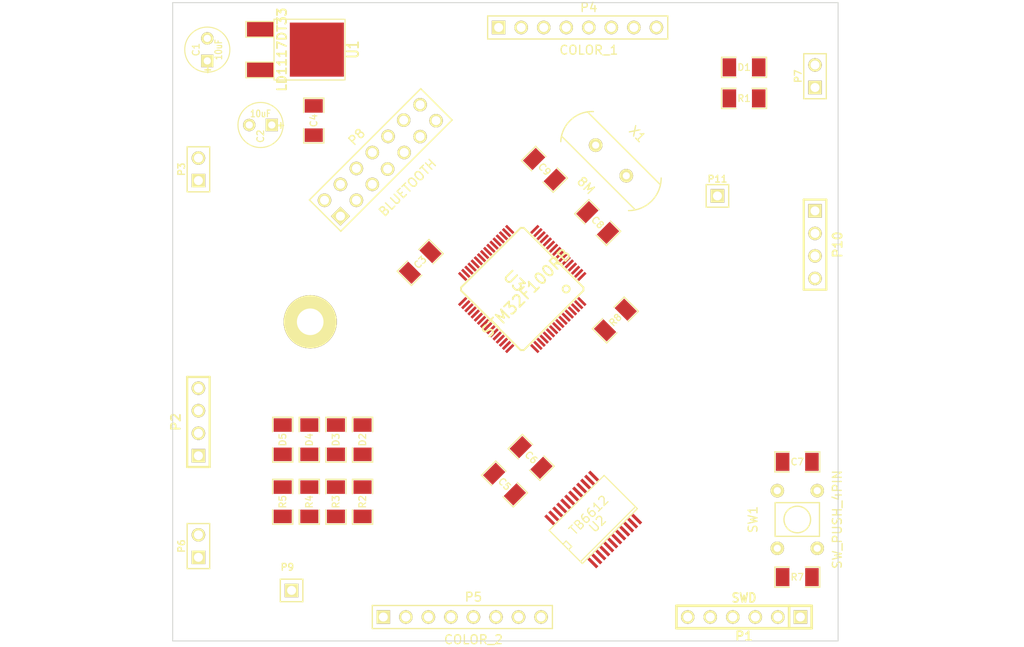
<source format=kicad_pcb>
(kicad_pcb (version 3) (host pcbnew "(2013-07-07 BZR 4022)-stable")

  (general
    (links 115)
    (no_connects 115)
    (area 178.135714 85.999956 293.578572 159.379)
    (thickness 1.6)
    (drawings 12)
    (tracks 0)
    (zones 0)
    (modules 38)
    (nets 44)
  )

  (page A3)
  (layers
    (15 Gorna signal)
    (0 Dolna signal)
    (16 Kleju_Dolna user)
    (17 Kleju_Gorna user)
    (18 Pasty_Dolna user)
    (19 Pasty_Gorna user)
    (20 Opisowa_Dolna user)
    (21 Opisowa_Gorna user)
    (22 Maski_Dolna user)
    (23 Maski_Gorna user)
    (24 Rysunkowa user)
    (25 Komentarzy user)
    (26 ECO1 user)
    (27 ECO2 user)
    (28 Krawedziowa user)
  )

  (setup
    (last_trace_width 0.254)
    (trace_clearance 0.254)
    (zone_clearance 0.508)
    (zone_45_only no)
    (trace_min 0.254)
    (segment_width 0.2)
    (edge_width 0.1)
    (via_size 0.889)
    (via_drill 0.635)
    (via_min_size 0.889)
    (via_min_drill 0.508)
    (uvia_size 0.508)
    (uvia_drill 0.127)
    (uvias_allowed no)
    (uvia_min_size 0.508)
    (uvia_min_drill 0.127)
    (pcb_text_width 0.3)
    (pcb_text_size 1.5 1.5)
    (mod_edge_width 0.15)
    (mod_text_size 1 1)
    (mod_text_width 0.15)
    (pad_size 6 6)
    (pad_drill 3)
    (pad_to_mask_clearance 0)
    (aux_axis_origin 0 0)
    (visible_elements 7FFFFBFF)
    (pcbplotparams
      (layerselection 3178497)
      (usegerberextensions true)
      (excludeedgelayer true)
      (linewidth 0.150000)
      (plotframeref false)
      (viasonmask false)
      (mode 1)
      (useauxorigin false)
      (hpglpennumber 1)
      (hpglpenspeed 20)
      (hpglpendiameter 15)
      (hpglpenoverlay 2)
      (psnegative false)
      (psa4output false)
      (plotreference true)
      (plotvalue true)
      (plotothertext true)
      (plotinvisibletext false)
      (padsonsilk false)
      (subtractmaskfromsilk false)
      (outputformat 1)
      (mirror false)
      (drillshape 1)
      (scaleselection 1)
      (outputdirectory ""))
  )

  (net 0 "")
  (net 1 +3.3V)
  (net 2 +9V)
  (net 3 AIN1)
  (net 4 AIN2)
  (net 5 AO1)
  (net 6 AO2)
  (net 7 BIN1)
  (net 8 BIN2)
  (net 9 BLUETOOTH_RX)
  (net 10 BLUETOOTH_TX)
  (net 11 BO1)
  (net 12 BO2)
  (net 13 EOa)
  (net 14 EOb)
  (net 15 GND)
  (net 16 GPS_RX)
  (net 17 GPS_TX)
  (net 18 LED1)
  (net 19 LED2)
  (net 20 LED3)
  (net 21 LED4)
  (net 22 N-0000020)
  (net 23 N-0000021)
  (net 24 N-0000022)
  (net 25 N-0000048)
  (net 26 N-0000067)
  (net 27 N-000009)
  (net 28 NRST)
  (net 29 OSC_IN)
  (net 30 OSC_OUT)
  (net 31 OUTa)
  (net 32 OUTb)
  (net 33 PWMA)
  (net 34 PWMB)
  (net 35 S0a)
  (net 36 S0b)
  (net 37 S1a)
  (net 38 S1b)
  (net 39 SEN_EN)
  (net 40 SEN_OUT)
  (net 41 SWDCLK)
  (net 42 SWDIO)
  (net 43 SWDO)

  (net_class Default "To jest domyślna klasa połączeń."
    (clearance 0.254)
    (trace_width 0.254)
    (via_dia 0.889)
    (via_drill 0.635)
    (uvia_dia 0.508)
    (uvia_drill 0.127)
    (add_net "")
    (add_net +3.3V)
    (add_net +9V)
    (add_net AIN1)
    (add_net AIN2)
    (add_net AO1)
    (add_net AO2)
    (add_net BIN1)
    (add_net BIN2)
    (add_net BLUETOOTH_RX)
    (add_net BLUETOOTH_TX)
    (add_net BO1)
    (add_net BO2)
    (add_net EOa)
    (add_net EOb)
    (add_net GND)
    (add_net GPS_RX)
    (add_net GPS_TX)
    (add_net LED1)
    (add_net LED2)
    (add_net LED3)
    (add_net LED4)
    (add_net N-0000020)
    (add_net N-0000021)
    (add_net N-0000022)
    (add_net N-0000048)
    (add_net N-0000067)
    (add_net N-000009)
    (add_net NRST)
    (add_net OSC_IN)
    (add_net OSC_OUT)
    (add_net OUTa)
    (add_net OUTb)
    (add_net PWMA)
    (add_net PWMB)
    (add_net S0a)
    (add_net S0b)
    (add_net S1a)
    (add_net S1b)
    (add_net SEN_EN)
    (add_net SEN_OUT)
    (add_net SWDCLK)
    (add_net SWDIO)
    (add_net SWDO)
  )

  (module XT-4.88mmTHT (layer Gorna) (tedit 545B74BA) (tstamp 545B787B)
    (at 247 104.5 315)
    (path /5448F932)
    (fp_text reference X1 (at 0 -4.2 315) (layer Opisowa_Gorna)
      (effects (font (size 1 1) (thickness 0.15)))
    )
    (fp_text value 8M (at 0 4 315) (layer Opisowa_Gorna)
      (effects (font (size 1 1) (thickness 0.15)))
    )
    (fp_arc (start -2.9 0.1) (end -5.5 2.5) (angle 90) (layer Opisowa_Gorna) (width 0.15))
    (fp_arc (start 2.8 0) (end 5.4 -2.6) (angle 90) (layer Opisowa_Gorna) (width 0.15))
    (fp_line (start 5.75 2) (end -5.75 2) (layer Opisowa_Gorna) (width 0.15))
    (fp_line (start -5.75 -2) (end 5.75 -2) (layer Opisowa_Gorna) (width 0.15))
    (pad 1 thru_hole circle (at -2.44 0 315) (size 1.54 1.54) (drill 0.8)
      (layers *.Cu *.Mask Opisowa_Gorna)
      (net 30 OSC_OUT)
    )
    (pad 2 thru_hole circle (at 2.44 0 315) (size 1.54 1.54) (drill 0.8)
      (layers *.Cu *.Mask Opisowa_Gorna)
      (net 29 OSC_IN)
    )
  )

  (module SSOP24 (layer Gorna) (tedit 531CA7D0) (tstamp 545B789F)
    (at 245 145 45)
    (path /5453615F)
    (attr smd)
    (fp_text reference U2 (at 0 0.6985 45) (layer Opisowa_Gorna)
      (effects (font (size 1.00076 1.00076) (thickness 0.1397)))
    )
    (fp_text value TB6612 (at 0 -0.6985 45) (layer Opisowa_Gorna)
      (effects (font (size 1.00076 1.00076) (thickness 0.12954)))
    )
    (fp_line (start -4.3815 -2.65) (end 4.3815 -2.65) (layer Opisowa_Gorna) (width 0.12954))
    (fp_line (start -4.3815 -0.4445) (end -3.8735 -0.4445) (layer Opisowa_Gorna) (width 0.12954))
    (fp_line (start -4.3815 0.4445) (end -3.8735 0.4445) (layer Opisowa_Gorna) (width 0.12954))
    (fp_line (start -3.8735 -0.4445) (end -3.8735 0.4445) (layer Opisowa_Gorna) (width 0.12954))
    (fp_line (start -4.3815 2.35) (end 4.3815 2.35) (layer Opisowa_Gorna) (width 0.12954))
    (fp_line (start 4.3815 2.65) (end -4.3815 2.65) (layer Opisowa_Gorna) (width 0.12954))
    (fp_line (start 4.3815 -2.65) (end 4.3815 2.65) (layer Opisowa_Gorna) (width 0.12954))
    (fp_line (start -4.3815 2.65) (end -4.3815 -2.65) (layer Opisowa_Gorna) (width 0.12954))
    (pad 1 smd rect (at -3.4925 3.44 45) (size 0.35052 1.39954)
      (layers Gorna Pasty_Gorna Maski_Gorna)
      (net 5 AO1)
    )
    (pad 2 smd rect (at -2.8575 3.44 45) (size 0.35052 1.39954)
      (layers Gorna Pasty_Gorna Maski_Gorna)
      (net 5 AO1)
    )
    (pad 3 smd rect (at -2.2225 3.44 45) (size 0.35052 1.39954)
      (layers Gorna Pasty_Gorna Maski_Gorna)
      (net 15 GND)
    )
    (pad 4 smd rect (at -1.5875 3.44 45) (size 0.35052 1.39954)
      (layers Gorna Pasty_Gorna Maski_Gorna)
      (net 15 GND)
    )
    (pad 5 smd rect (at -0.9525 3.44 45) (size 0.35052 1.39954)
      (layers Gorna Pasty_Gorna Maski_Gorna)
      (net 6 AO2)
    )
    (pad 6 smd rect (at -0.3175 3.44 45) (size 0.35052 1.39954)
      (layers Gorna Pasty_Gorna Maski_Gorna)
      (net 6 AO2)
    )
    (pad 7 smd rect (at 0.3175 3.44 45) (size 0.35052 1.39954)
      (layers Gorna Pasty_Gorna Maski_Gorna)
      (net 12 BO2)
    )
    (pad 8 smd rect (at 0.9525 3.44 45) (size 0.35052 1.39954)
      (layers Gorna Pasty_Gorna Maski_Gorna)
      (net 12 BO2)
    )
    (pad 9 smd rect (at 1.5875 3.44 45) (size 0.35052 1.39954)
      (layers Gorna Pasty_Gorna Maski_Gorna)
      (net 15 GND)
    )
    (pad 10 smd rect (at 2.2225 3.44 45) (size 0.35052 1.39954)
      (layers Gorna Pasty_Gorna Maski_Gorna)
      (net 15 GND)
    )
    (pad 11 smd rect (at 2.8575 3.44 45) (size 0.35052 1.39954)
      (layers Gorna Pasty_Gorna Maski_Gorna)
      (net 11 BO1)
    )
    (pad 12 smd rect (at 3.4925 3.44 45) (size 0.35052 1.39954)
      (layers Gorna Pasty_Gorna Maski_Gorna)
      (net 11 BO1)
    )
    (pad 13 smd rect (at 3.4925 -3.44 45) (size 0.35052 1.39954)
      (layers Gorna Pasty_Gorna Maski_Gorna)
      (net 2 +9V)
    )
    (pad 14 smd rect (at 2.8575 -3.44 45) (size 0.35052 1.39954)
      (layers Gorna Pasty_Gorna Maski_Gorna)
      (net 2 +9V)
    )
    (pad 15 smd rect (at 2.2225 -3.44 45) (size 0.35052 1.39954)
      (layers Gorna Pasty_Gorna Maski_Gorna)
      (net 34 PWMB)
    )
    (pad 16 smd rect (at 1.5875 -3.44 45) (size 0.35052 1.39954)
      (layers Gorna Pasty_Gorna Maski_Gorna)
      (net 8 BIN2)
    )
    (pad 17 smd rect (at 0.9525 -3.44 45) (size 0.35052 1.39954)
      (layers Gorna Pasty_Gorna Maski_Gorna)
      (net 7 BIN1)
    )
    (pad 18 smd rect (at 0.3175 -3.44 45) (size 0.35052 1.39954)
      (layers Gorna Pasty_Gorna Maski_Gorna)
      (net 15 GND)
    )
    (pad 19 smd rect (at -0.3175 -3.44 45) (size 0.35052 1.39954)
      (layers Gorna Pasty_Gorna Maski_Gorna)
      (net 1 +3.3V)
    )
    (pad 20 smd rect (at -0.9525 -3.44 45) (size 0.35052 1.39954)
      (layers Gorna Pasty_Gorna Maski_Gorna)
      (net 1 +3.3V)
    )
    (pad 21 smd rect (at -1.5875 -3.44 45) (size 0.35052 1.39954)
      (layers Gorna Pasty_Gorna Maski_Gorna)
      (net 3 AIN1)
    )
    (pad 22 smd rect (at -2.2225 -3.44 45) (size 0.35052 1.39954)
      (layers Gorna Pasty_Gorna Maski_Gorna)
      (net 4 AIN2)
    )
    (pad 23 smd rect (at -2.8575 -3.44 45) (size 0.35052 1.39954)
      (layers Gorna Pasty_Gorna Maski_Gorna)
      (net 33 PWMA)
    )
    (pad 24 smd rect (at -3.4925 -3.44 45) (size 0.35052 1.39954)
      (layers Gorna Pasty_Gorna Maski_Gorna)
      (net 2 +9V)
    )
    (model smd/smd_dil/tssop-24.wrl
      (at (xyz 0 0 0))
      (scale (xyz 1 1 1))
      (rotate (xyz 0 0 0))
    )
  )

  (module SM1206 (layer Gorna) (tedit 42806E24) (tstamp 545B78AB)
    (at 239.5 105.5 315)
    (path /5448F8B1)
    (attr smd)
    (fp_text reference C9 (at 0 0 315) (layer Opisowa_Gorna)
      (effects (font (size 0.762 0.762) (thickness 0.127)))
    )
    (fp_text value 20pF (at 0 0 315) (layer Opisowa_Gorna) hide
      (effects (font (size 0.762 0.762) (thickness 0.127)))
    )
    (fp_line (start -2.54 -1.143) (end -2.54 1.143) (layer Opisowa_Gorna) (width 0.127))
    (fp_line (start -2.54 1.143) (end -0.889 1.143) (layer Opisowa_Gorna) (width 0.127))
    (fp_line (start 0.889 -1.143) (end 2.54 -1.143) (layer Opisowa_Gorna) (width 0.127))
    (fp_line (start 2.54 -1.143) (end 2.54 1.143) (layer Opisowa_Gorna) (width 0.127))
    (fp_line (start 2.54 1.143) (end 0.889 1.143) (layer Opisowa_Gorna) (width 0.127))
    (fp_line (start -0.889 -1.143) (end -2.54 -1.143) (layer Opisowa_Gorna) (width 0.127))
    (pad 1 smd rect (at -1.651 0 315) (size 1.524 2.032)
      (layers Gorna Pasty_Gorna Maski_Gorna)
      (net 15 GND)
    )
    (pad 2 smd rect (at 1.651 0 315) (size 1.524 2.032)
      (layers Gorna Pasty_Gorna Maski_Gorna)
      (net 30 OSC_OUT)
    )
    (model smd/chip_cms.wrl
      (at (xyz 0 0 0))
      (scale (xyz 0.17 0.16 0.16))
      (rotate (xyz 0 0 0))
    )
  )

  (module SM1206 (layer Gorna) (tedit 42806E24) (tstamp 545B78B7)
    (at 210 143 90)
    (path /54543128)
    (attr smd)
    (fp_text reference R5 (at 0 0 90) (layer Opisowa_Gorna)
      (effects (font (size 0.762 0.762) (thickness 0.127)))
    )
    (fp_text value 660R (at 0 0 90) (layer Opisowa_Gorna) hide
      (effects (font (size 0.762 0.762) (thickness 0.127)))
    )
    (fp_line (start -2.54 -1.143) (end -2.54 1.143) (layer Opisowa_Gorna) (width 0.127))
    (fp_line (start -2.54 1.143) (end -0.889 1.143) (layer Opisowa_Gorna) (width 0.127))
    (fp_line (start 0.889 -1.143) (end 2.54 -1.143) (layer Opisowa_Gorna) (width 0.127))
    (fp_line (start 2.54 -1.143) (end 2.54 1.143) (layer Opisowa_Gorna) (width 0.127))
    (fp_line (start 2.54 1.143) (end 0.889 1.143) (layer Opisowa_Gorna) (width 0.127))
    (fp_line (start -0.889 -1.143) (end -2.54 -1.143) (layer Opisowa_Gorna) (width 0.127))
    (pad 1 smd rect (at -1.651 0 90) (size 1.524 2.032)
      (layers Gorna Pasty_Gorna Maski_Gorna)
      (net 21 LED4)
    )
    (pad 2 smd rect (at 1.651 0 90) (size 1.524 2.032)
      (layers Gorna Pasty_Gorna Maski_Gorna)
      (net 24 N-0000022)
    )
    (model smd/chip_cms.wrl
      (at (xyz 0 0 0))
      (scale (xyz 0.17 0.16 0.16))
      (rotate (xyz 0 0 0))
    )
  )

  (module SM1206 (layer Gorna) (tedit 42806E24) (tstamp 545B78C3)
    (at 210 136 90)
    (path /54543122)
    (attr smd)
    (fp_text reference D5 (at 0 0 90) (layer Opisowa_Gorna)
      (effects (font (size 0.762 0.762) (thickness 0.127)))
    )
    (fp_text value BLUE (at 0 0 90) (layer Opisowa_Gorna) hide
      (effects (font (size 0.762 0.762) (thickness 0.127)))
    )
    (fp_line (start -2.54 -1.143) (end -2.54 1.143) (layer Opisowa_Gorna) (width 0.127))
    (fp_line (start -2.54 1.143) (end -0.889 1.143) (layer Opisowa_Gorna) (width 0.127))
    (fp_line (start 0.889 -1.143) (end 2.54 -1.143) (layer Opisowa_Gorna) (width 0.127))
    (fp_line (start 2.54 -1.143) (end 2.54 1.143) (layer Opisowa_Gorna) (width 0.127))
    (fp_line (start 2.54 1.143) (end 0.889 1.143) (layer Opisowa_Gorna) (width 0.127))
    (fp_line (start -0.889 -1.143) (end -2.54 -1.143) (layer Opisowa_Gorna) (width 0.127))
    (pad 1 smd rect (at -1.651 0 90) (size 1.524 2.032)
      (layers Gorna Pasty_Gorna Maski_Gorna)
      (net 24 N-0000022)
    )
    (pad 2 smd rect (at 1.651 0 90) (size 1.524 2.032)
      (layers Gorna Pasty_Gorna Maski_Gorna)
      (net 15 GND)
    )
    (model smd/chip_cms.wrl
      (at (xyz 0 0 0))
      (scale (xyz 0.17 0.16 0.16))
      (rotate (xyz 0 0 0))
    )
  )

  (module SM1206 (layer Gorna) (tedit 42806E24) (tstamp 545B78CF)
    (at 213 143 90)
    (path /5454311B)
    (attr smd)
    (fp_text reference R4 (at 0 0 90) (layer Opisowa_Gorna)
      (effects (font (size 0.762 0.762) (thickness 0.127)))
    )
    (fp_text value 660R (at 0 0 90) (layer Opisowa_Gorna) hide
      (effects (font (size 0.762 0.762) (thickness 0.127)))
    )
    (fp_line (start -2.54 -1.143) (end -2.54 1.143) (layer Opisowa_Gorna) (width 0.127))
    (fp_line (start -2.54 1.143) (end -0.889 1.143) (layer Opisowa_Gorna) (width 0.127))
    (fp_line (start 0.889 -1.143) (end 2.54 -1.143) (layer Opisowa_Gorna) (width 0.127))
    (fp_line (start 2.54 -1.143) (end 2.54 1.143) (layer Opisowa_Gorna) (width 0.127))
    (fp_line (start 2.54 1.143) (end 0.889 1.143) (layer Opisowa_Gorna) (width 0.127))
    (fp_line (start -0.889 -1.143) (end -2.54 -1.143) (layer Opisowa_Gorna) (width 0.127))
    (pad 1 smd rect (at -1.651 0 90) (size 1.524 2.032)
      (layers Gorna Pasty_Gorna Maski_Gorna)
      (net 20 LED3)
    )
    (pad 2 smd rect (at 1.651 0 90) (size 1.524 2.032)
      (layers Gorna Pasty_Gorna Maski_Gorna)
      (net 23 N-0000021)
    )
    (model smd/chip_cms.wrl
      (at (xyz 0 0 0))
      (scale (xyz 0.17 0.16 0.16))
      (rotate (xyz 0 0 0))
    )
  )

  (module SM1206 (layer Gorna) (tedit 42806E24) (tstamp 545B78DB)
    (at 213 136 90)
    (path /54543115)
    (attr smd)
    (fp_text reference D4 (at 0 0 90) (layer Opisowa_Gorna)
      (effects (font (size 0.762 0.762) (thickness 0.127)))
    )
    (fp_text value BLUE (at 0 0 90) (layer Opisowa_Gorna) hide
      (effects (font (size 0.762 0.762) (thickness 0.127)))
    )
    (fp_line (start -2.54 -1.143) (end -2.54 1.143) (layer Opisowa_Gorna) (width 0.127))
    (fp_line (start -2.54 1.143) (end -0.889 1.143) (layer Opisowa_Gorna) (width 0.127))
    (fp_line (start 0.889 -1.143) (end 2.54 -1.143) (layer Opisowa_Gorna) (width 0.127))
    (fp_line (start 2.54 -1.143) (end 2.54 1.143) (layer Opisowa_Gorna) (width 0.127))
    (fp_line (start 2.54 1.143) (end 0.889 1.143) (layer Opisowa_Gorna) (width 0.127))
    (fp_line (start -0.889 -1.143) (end -2.54 -1.143) (layer Opisowa_Gorna) (width 0.127))
    (pad 1 smd rect (at -1.651 0 90) (size 1.524 2.032)
      (layers Gorna Pasty_Gorna Maski_Gorna)
      (net 23 N-0000021)
    )
    (pad 2 smd rect (at 1.651 0 90) (size 1.524 2.032)
      (layers Gorna Pasty_Gorna Maski_Gorna)
      (net 15 GND)
    )
    (model smd/chip_cms.wrl
      (at (xyz 0 0 0))
      (scale (xyz 0.17 0.16 0.16))
      (rotate (xyz 0 0 0))
    )
  )

  (module SM1206 (layer Gorna) (tedit 42806E24) (tstamp 545B78E7)
    (at 216 143 90)
    (path /5454310E)
    (attr smd)
    (fp_text reference R3 (at 0 0 90) (layer Opisowa_Gorna)
      (effects (font (size 0.762 0.762) (thickness 0.127)))
    )
    (fp_text value 330R (at 0 0 90) (layer Opisowa_Gorna) hide
      (effects (font (size 0.762 0.762) (thickness 0.127)))
    )
    (fp_line (start -2.54 -1.143) (end -2.54 1.143) (layer Opisowa_Gorna) (width 0.127))
    (fp_line (start -2.54 1.143) (end -0.889 1.143) (layer Opisowa_Gorna) (width 0.127))
    (fp_line (start 0.889 -1.143) (end 2.54 -1.143) (layer Opisowa_Gorna) (width 0.127))
    (fp_line (start 2.54 -1.143) (end 2.54 1.143) (layer Opisowa_Gorna) (width 0.127))
    (fp_line (start 2.54 1.143) (end 0.889 1.143) (layer Opisowa_Gorna) (width 0.127))
    (fp_line (start -0.889 -1.143) (end -2.54 -1.143) (layer Opisowa_Gorna) (width 0.127))
    (pad 1 smd rect (at -1.651 0 90) (size 1.524 2.032)
      (layers Gorna Pasty_Gorna Maski_Gorna)
      (net 19 LED2)
    )
    (pad 2 smd rect (at 1.651 0 90) (size 1.524 2.032)
      (layers Gorna Pasty_Gorna Maski_Gorna)
      (net 22 N-0000020)
    )
    (model smd/chip_cms.wrl
      (at (xyz 0 0 0))
      (scale (xyz 0.17 0.16 0.16))
      (rotate (xyz 0 0 0))
    )
  )

  (module SM1206 (layer Gorna) (tedit 42806E24) (tstamp 545B78F3)
    (at 216 136 90)
    (path /54543108)
    (attr smd)
    (fp_text reference D3 (at 0 0 90) (layer Opisowa_Gorna)
      (effects (font (size 0.762 0.762) (thickness 0.127)))
    )
    (fp_text value GREEN (at 0 0 90) (layer Opisowa_Gorna) hide
      (effects (font (size 0.762 0.762) (thickness 0.127)))
    )
    (fp_line (start -2.54 -1.143) (end -2.54 1.143) (layer Opisowa_Gorna) (width 0.127))
    (fp_line (start -2.54 1.143) (end -0.889 1.143) (layer Opisowa_Gorna) (width 0.127))
    (fp_line (start 0.889 -1.143) (end 2.54 -1.143) (layer Opisowa_Gorna) (width 0.127))
    (fp_line (start 2.54 -1.143) (end 2.54 1.143) (layer Opisowa_Gorna) (width 0.127))
    (fp_line (start 2.54 1.143) (end 0.889 1.143) (layer Opisowa_Gorna) (width 0.127))
    (fp_line (start -0.889 -1.143) (end -2.54 -1.143) (layer Opisowa_Gorna) (width 0.127))
    (pad 1 smd rect (at -1.651 0 90) (size 1.524 2.032)
      (layers Gorna Pasty_Gorna Maski_Gorna)
      (net 22 N-0000020)
    )
    (pad 2 smd rect (at 1.651 0 90) (size 1.524 2.032)
      (layers Gorna Pasty_Gorna Maski_Gorna)
      (net 15 GND)
    )
    (model smd/chip_cms.wrl
      (at (xyz 0 0 0))
      (scale (xyz 0.17 0.16 0.16))
      (rotate (xyz 0 0 0))
    )
  )

  (module SM1206 (layer Gorna) (tedit 42806E24) (tstamp 545B78FF)
    (at 219 143 90)
    (path /54542F41)
    (attr smd)
    (fp_text reference R2 (at 0 0 90) (layer Opisowa_Gorna)
      (effects (font (size 0.762 0.762) (thickness 0.127)))
    )
    (fp_text value 330R (at 0 0 90) (layer Opisowa_Gorna) hide
      (effects (font (size 0.762 0.762) (thickness 0.127)))
    )
    (fp_line (start -2.54 -1.143) (end -2.54 1.143) (layer Opisowa_Gorna) (width 0.127))
    (fp_line (start -2.54 1.143) (end -0.889 1.143) (layer Opisowa_Gorna) (width 0.127))
    (fp_line (start 0.889 -1.143) (end 2.54 -1.143) (layer Opisowa_Gorna) (width 0.127))
    (fp_line (start 2.54 -1.143) (end 2.54 1.143) (layer Opisowa_Gorna) (width 0.127))
    (fp_line (start 2.54 1.143) (end 0.889 1.143) (layer Opisowa_Gorna) (width 0.127))
    (fp_line (start -0.889 -1.143) (end -2.54 -1.143) (layer Opisowa_Gorna) (width 0.127))
    (pad 1 smd rect (at -1.651 0 90) (size 1.524 2.032)
      (layers Gorna Pasty_Gorna Maski_Gorna)
      (net 18 LED1)
    )
    (pad 2 smd rect (at 1.651 0 90) (size 1.524 2.032)
      (layers Gorna Pasty_Gorna Maski_Gorna)
      (net 27 N-000009)
    )
    (model smd/chip_cms.wrl
      (at (xyz 0 0 0))
      (scale (xyz 0.17 0.16 0.16))
      (rotate (xyz 0 0 0))
    )
  )

  (module SM1206 (layer Gorna) (tedit 42806E24) (tstamp 545B790B)
    (at 219 136 90)
    (path /54542F3B)
    (attr smd)
    (fp_text reference D2 (at 0 0 90) (layer Opisowa_Gorna)
      (effects (font (size 0.762 0.762) (thickness 0.127)))
    )
    (fp_text value GREEN (at 0 0 90) (layer Opisowa_Gorna) hide
      (effects (font (size 0.762 0.762) (thickness 0.127)))
    )
    (fp_line (start -2.54 -1.143) (end -2.54 1.143) (layer Opisowa_Gorna) (width 0.127))
    (fp_line (start -2.54 1.143) (end -0.889 1.143) (layer Opisowa_Gorna) (width 0.127))
    (fp_line (start 0.889 -1.143) (end 2.54 -1.143) (layer Opisowa_Gorna) (width 0.127))
    (fp_line (start 2.54 -1.143) (end 2.54 1.143) (layer Opisowa_Gorna) (width 0.127))
    (fp_line (start 2.54 1.143) (end 0.889 1.143) (layer Opisowa_Gorna) (width 0.127))
    (fp_line (start -0.889 -1.143) (end -2.54 -1.143) (layer Opisowa_Gorna) (width 0.127))
    (pad 1 smd rect (at -1.651 0 90) (size 1.524 2.032)
      (layers Gorna Pasty_Gorna Maski_Gorna)
      (net 27 N-000009)
    )
    (pad 2 smd rect (at 1.651 0 90) (size 1.524 2.032)
      (layers Gorna Pasty_Gorna Maski_Gorna)
      (net 15 GND)
    )
    (model smd/chip_cms.wrl
      (at (xyz 0 0 0))
      (scale (xyz 0.17 0.16 0.16))
      (rotate (xyz 0 0 0))
    )
  )

  (module SM1206 (layer Gorna) (tedit 42806E24) (tstamp 545B7917)
    (at 238 138 135)
    (path /545376BD)
    (attr smd)
    (fp_text reference C6 (at 0 0 135) (layer Opisowa_Gorna)
      (effects (font (size 0.762 0.762) (thickness 0.127)))
    )
    (fp_text value 100nF (at 0 0 135) (layer Opisowa_Gorna) hide
      (effects (font (size 0.762 0.762) (thickness 0.127)))
    )
    (fp_line (start -2.54 -1.143) (end -2.54 1.143) (layer Opisowa_Gorna) (width 0.127))
    (fp_line (start -2.54 1.143) (end -0.889 1.143) (layer Opisowa_Gorna) (width 0.127))
    (fp_line (start 0.889 -1.143) (end 2.54 -1.143) (layer Opisowa_Gorna) (width 0.127))
    (fp_line (start 2.54 -1.143) (end 2.54 1.143) (layer Opisowa_Gorna) (width 0.127))
    (fp_line (start 2.54 1.143) (end 0.889 1.143) (layer Opisowa_Gorna) (width 0.127))
    (fp_line (start -0.889 -1.143) (end -2.54 -1.143) (layer Opisowa_Gorna) (width 0.127))
    (pad 1 smd rect (at -1.651 0 135) (size 1.524 2.032)
      (layers Gorna Pasty_Gorna Maski_Gorna)
      (net 1 +3.3V)
    )
    (pad 2 smd rect (at 1.651 0 135) (size 1.524 2.032)
      (layers Gorna Pasty_Gorna Maski_Gorna)
      (net 15 GND)
    )
    (model smd/chip_cms.wrl
      (at (xyz 0 0 0))
      (scale (xyz 0.17 0.16 0.16))
      (rotate (xyz 0 0 0))
    )
  )

  (module SM1206 (layer Gorna) (tedit 42806E24) (tstamp 545B7923)
    (at 235 141 135)
    (path /545374CF)
    (attr smd)
    (fp_text reference C5 (at 0 0 135) (layer Opisowa_Gorna)
      (effects (font (size 0.762 0.762) (thickness 0.127)))
    )
    (fp_text value 100nF (at 0 0 135) (layer Opisowa_Gorna) hide
      (effects (font (size 0.762 0.762) (thickness 0.127)))
    )
    (fp_line (start -2.54 -1.143) (end -2.54 1.143) (layer Opisowa_Gorna) (width 0.127))
    (fp_line (start -2.54 1.143) (end -0.889 1.143) (layer Opisowa_Gorna) (width 0.127))
    (fp_line (start 0.889 -1.143) (end 2.54 -1.143) (layer Opisowa_Gorna) (width 0.127))
    (fp_line (start 2.54 -1.143) (end 2.54 1.143) (layer Opisowa_Gorna) (width 0.127))
    (fp_line (start 2.54 1.143) (end 0.889 1.143) (layer Opisowa_Gorna) (width 0.127))
    (fp_line (start -0.889 -1.143) (end -2.54 -1.143) (layer Opisowa_Gorna) (width 0.127))
    (pad 1 smd rect (at -1.651 0 135) (size 1.524 2.032)
      (layers Gorna Pasty_Gorna Maski_Gorna)
      (net 2 +9V)
    )
    (pad 2 smd rect (at 1.651 0 135) (size 1.524 2.032)
      (layers Gorna Pasty_Gorna Maski_Gorna)
      (net 15 GND)
    )
    (model smd/chip_cms.wrl
      (at (xyz 0 0 0))
      (scale (xyz 0.17 0.16 0.16))
      (rotate (xyz 0 0 0))
    )
  )

  (module SM1206 (layer Gorna) (tedit 42806E24) (tstamp 545B792F)
    (at 247.5 122.5 225)
    (path /544A3C0C)
    (attr smd)
    (fp_text reference R8 (at 0 0 225) (layer Opisowa_Gorna)
      (effects (font (size 0.762 0.762) (thickness 0.127)))
    )
    (fp_text value 510R (at 0 0 225) (layer Opisowa_Gorna) hide
      (effects (font (size 0.762 0.762) (thickness 0.127)))
    )
    (fp_line (start -2.54 -1.143) (end -2.54 1.143) (layer Opisowa_Gorna) (width 0.127))
    (fp_line (start -2.54 1.143) (end -0.889 1.143) (layer Opisowa_Gorna) (width 0.127))
    (fp_line (start 0.889 -1.143) (end 2.54 -1.143) (layer Opisowa_Gorna) (width 0.127))
    (fp_line (start 2.54 -1.143) (end 2.54 1.143) (layer Opisowa_Gorna) (width 0.127))
    (fp_line (start 2.54 1.143) (end 0.889 1.143) (layer Opisowa_Gorna) (width 0.127))
    (fp_line (start -0.889 -1.143) (end -2.54 -1.143) (layer Opisowa_Gorna) (width 0.127))
    (pad 1 smd rect (at -1.651 0 225) (size 1.524 2.032)
      (layers Gorna Pasty_Gorna Maski_Gorna)
      (net 15 GND)
    )
    (pad 2 smd rect (at 1.651 0 225) (size 1.524 2.032)
      (layers Gorna Pasty_Gorna Maski_Gorna)
      (net 25 N-0000048)
    )
    (model smd/chip_cms.wrl
      (at (xyz 0 0 0))
      (scale (xyz 0.17 0.16 0.16))
      (rotate (xyz 0 0 0))
    )
  )

  (module SM1206 (layer Gorna) (tedit 42806E24) (tstamp 545B793B)
    (at 245.5 111.5 315)
    (path /5448F8BE)
    (attr smd)
    (fp_text reference C8 (at 0 0 315) (layer Opisowa_Gorna)
      (effects (font (size 0.762 0.762) (thickness 0.127)))
    )
    (fp_text value 20pF (at 0 0 315) (layer Opisowa_Gorna) hide
      (effects (font (size 0.762 0.762) (thickness 0.127)))
    )
    (fp_line (start -2.54 -1.143) (end -2.54 1.143) (layer Opisowa_Gorna) (width 0.127))
    (fp_line (start -2.54 1.143) (end -0.889 1.143) (layer Opisowa_Gorna) (width 0.127))
    (fp_line (start 0.889 -1.143) (end 2.54 -1.143) (layer Opisowa_Gorna) (width 0.127))
    (fp_line (start 2.54 -1.143) (end 2.54 1.143) (layer Opisowa_Gorna) (width 0.127))
    (fp_line (start 2.54 1.143) (end 0.889 1.143) (layer Opisowa_Gorna) (width 0.127))
    (fp_line (start -0.889 -1.143) (end -2.54 -1.143) (layer Opisowa_Gorna) (width 0.127))
    (pad 1 smd rect (at -1.651 0 315) (size 1.524 2.032)
      (layers Gorna Pasty_Gorna Maski_Gorna)
      (net 15 GND)
    )
    (pad 2 smd rect (at 1.651 0 315) (size 1.524 2.032)
      (layers Gorna Pasty_Gorna Maski_Gorna)
      (net 29 OSC_IN)
    )
    (model smd/chip_cms.wrl
      (at (xyz 0 0 0))
      (scale (xyz 0.17 0.16 0.16))
      (rotate (xyz 0 0 0))
    )
  )

  (module SM1206 (layer Gorna) (tedit 42806E24) (tstamp 545B7947)
    (at 268 138.5)
    (path /544A2E75)
    (attr smd)
    (fp_text reference C7 (at 0 0) (layer Opisowa_Gorna)
      (effects (font (size 0.762 0.762) (thickness 0.127)))
    )
    (fp_text value 100nF (at 0 0) (layer Opisowa_Gorna) hide
      (effects (font (size 0.762 0.762) (thickness 0.127)))
    )
    (fp_line (start -2.54 -1.143) (end -2.54 1.143) (layer Opisowa_Gorna) (width 0.127))
    (fp_line (start -2.54 1.143) (end -0.889 1.143) (layer Opisowa_Gorna) (width 0.127))
    (fp_line (start 0.889 -1.143) (end 2.54 -1.143) (layer Opisowa_Gorna) (width 0.127))
    (fp_line (start 2.54 -1.143) (end 2.54 1.143) (layer Opisowa_Gorna) (width 0.127))
    (fp_line (start 2.54 1.143) (end 0.889 1.143) (layer Opisowa_Gorna) (width 0.127))
    (fp_line (start -0.889 -1.143) (end -2.54 -1.143) (layer Opisowa_Gorna) (width 0.127))
    (pad 1 smd rect (at -1.651 0) (size 1.524 2.032)
      (layers Gorna Pasty_Gorna Maski_Gorna)
      (net 28 NRST)
    )
    (pad 2 smd rect (at 1.651 0) (size 1.524 2.032)
      (layers Gorna Pasty_Gorna Maski_Gorna)
      (net 15 GND)
    )
    (model smd/chip_cms.wrl
      (at (xyz 0 0 0))
      (scale (xyz 0.17 0.16 0.16))
      (rotate (xyz 0 0 0))
    )
  )

  (module SM1206 (layer Gorna) (tedit 42806E24) (tstamp 545B7953)
    (at 225.5 116 45)
    (path /544A2B2A)
    (attr smd)
    (fp_text reference C3 (at 0 0 45) (layer Opisowa_Gorna)
      (effects (font (size 0.762 0.762) (thickness 0.127)))
    )
    (fp_text value 100nF (at 0 0 45) (layer Opisowa_Gorna) hide
      (effects (font (size 0.762 0.762) (thickness 0.127)))
    )
    (fp_line (start -2.54 -1.143) (end -2.54 1.143) (layer Opisowa_Gorna) (width 0.127))
    (fp_line (start -2.54 1.143) (end -0.889 1.143) (layer Opisowa_Gorna) (width 0.127))
    (fp_line (start 0.889 -1.143) (end 2.54 -1.143) (layer Opisowa_Gorna) (width 0.127))
    (fp_line (start 2.54 -1.143) (end 2.54 1.143) (layer Opisowa_Gorna) (width 0.127))
    (fp_line (start 2.54 1.143) (end 0.889 1.143) (layer Opisowa_Gorna) (width 0.127))
    (fp_line (start -0.889 -1.143) (end -2.54 -1.143) (layer Opisowa_Gorna) (width 0.127))
    (pad 1 smd rect (at -1.651 0 45) (size 1.524 2.032)
      (layers Gorna Pasty_Gorna Maski_Gorna)
      (net 1 +3.3V)
    )
    (pad 2 smd rect (at 1.651 0 45) (size 1.524 2.032)
      (layers Gorna Pasty_Gorna Maski_Gorna)
      (net 15 GND)
    )
    (model smd/chip_cms.wrl
      (at (xyz 0 0 0))
      (scale (xyz 0.17 0.16 0.16))
      (rotate (xyz 0 0 0))
    )
  )

  (module SM1206 (layer Gorna) (tedit 42806E24) (tstamp 545B795F)
    (at 213.5 100 270)
    (path /54491ABA)
    (attr smd)
    (fp_text reference C4 (at 0 0 270) (layer Opisowa_Gorna)
      (effects (font (size 0.762 0.762) (thickness 0.127)))
    )
    (fp_text value 100nF (at 0 0 270) (layer Opisowa_Gorna) hide
      (effects (font (size 0.762 0.762) (thickness 0.127)))
    )
    (fp_line (start -2.54 -1.143) (end -2.54 1.143) (layer Opisowa_Gorna) (width 0.127))
    (fp_line (start -2.54 1.143) (end -0.889 1.143) (layer Opisowa_Gorna) (width 0.127))
    (fp_line (start 0.889 -1.143) (end 2.54 -1.143) (layer Opisowa_Gorna) (width 0.127))
    (fp_line (start 2.54 -1.143) (end 2.54 1.143) (layer Opisowa_Gorna) (width 0.127))
    (fp_line (start 2.54 1.143) (end 0.889 1.143) (layer Opisowa_Gorna) (width 0.127))
    (fp_line (start -0.889 -1.143) (end -2.54 -1.143) (layer Opisowa_Gorna) (width 0.127))
    (pad 1 smd rect (at -1.651 0 270) (size 1.524 2.032)
      (layers Gorna Pasty_Gorna Maski_Gorna)
      (net 1 +3.3V)
    )
    (pad 2 smd rect (at 1.651 0 270) (size 1.524 2.032)
      (layers Gorna Pasty_Gorna Maski_Gorna)
      (net 15 GND)
    )
    (model smd/chip_cms.wrl
      (at (xyz 0 0 0))
      (scale (xyz 0.17 0.16 0.16))
      (rotate (xyz 0 0 0))
    )
  )

  (module SM1206 (layer Gorna) (tedit 42806E24) (tstamp 545B796B)
    (at 268 151.5)
    (path /544A37CB)
    (attr smd)
    (fp_text reference R7 (at 0 0) (layer Opisowa_Gorna)
      (effects (font (size 0.762 0.762) (thickness 0.127)))
    )
    (fp_text value 100K (at 0 0) (layer Opisowa_Gorna) hide
      (effects (font (size 0.762 0.762) (thickness 0.127)))
    )
    (fp_line (start -2.54 -1.143) (end -2.54 1.143) (layer Opisowa_Gorna) (width 0.127))
    (fp_line (start -2.54 1.143) (end -0.889 1.143) (layer Opisowa_Gorna) (width 0.127))
    (fp_line (start 0.889 -1.143) (end 2.54 -1.143) (layer Opisowa_Gorna) (width 0.127))
    (fp_line (start 2.54 -1.143) (end 2.54 1.143) (layer Opisowa_Gorna) (width 0.127))
    (fp_line (start 2.54 1.143) (end 0.889 1.143) (layer Opisowa_Gorna) (width 0.127))
    (fp_line (start -0.889 -1.143) (end -2.54 -1.143) (layer Opisowa_Gorna) (width 0.127))
    (pad 1 smd rect (at -1.651 0) (size 1.524 2.032)
      (layers Gorna Pasty_Gorna Maski_Gorna)
      (net 28 NRST)
    )
    (pad 2 smd rect (at 1.651 0) (size 1.524 2.032)
      (layers Gorna Pasty_Gorna Maski_Gorna)
      (net 1 +3.3V)
    )
    (model smd/chip_cms.wrl
      (at (xyz 0 0 0))
      (scale (xyz 0.17 0.16 0.16))
      (rotate (xyz 0 0 0))
    )
  )

  (module SM1206 (layer Gorna) (tedit 42806E24) (tstamp 545B7977)
    (at 262 94 180)
    (path /54491DAC)
    (attr smd)
    (fp_text reference D1 (at 0 0 180) (layer Opisowa_Gorna)
      (effects (font (size 0.762 0.762) (thickness 0.127)))
    )
    (fp_text value RED (at 0 0 180) (layer Opisowa_Gorna) hide
      (effects (font (size 0.762 0.762) (thickness 0.127)))
    )
    (fp_line (start -2.54 -1.143) (end -2.54 1.143) (layer Opisowa_Gorna) (width 0.127))
    (fp_line (start -2.54 1.143) (end -0.889 1.143) (layer Opisowa_Gorna) (width 0.127))
    (fp_line (start 0.889 -1.143) (end 2.54 -1.143) (layer Opisowa_Gorna) (width 0.127))
    (fp_line (start 2.54 -1.143) (end 2.54 1.143) (layer Opisowa_Gorna) (width 0.127))
    (fp_line (start 2.54 1.143) (end 0.889 1.143) (layer Opisowa_Gorna) (width 0.127))
    (fp_line (start -0.889 -1.143) (end -2.54 -1.143) (layer Opisowa_Gorna) (width 0.127))
    (pad 1 smd rect (at -1.651 0 180) (size 1.524 2.032)
      (layers Gorna Pasty_Gorna Maski_Gorna)
      (net 26 N-0000067)
    )
    (pad 2 smd rect (at 1.651 0 180) (size 1.524 2.032)
      (layers Gorna Pasty_Gorna Maski_Gorna)
      (net 15 GND)
    )
    (model smd/chip_cms.wrl
      (at (xyz 0 0 0))
      (scale (xyz 0.17 0.16 0.16))
      (rotate (xyz 0 0 0))
    )
  )

  (module SM1206 (layer Gorna) (tedit 42806E24) (tstamp 545EA652)
    (at 262 97.5)
    (path /54491D9D)
    (attr smd)
    (fp_text reference R1 (at 0 0) (layer Opisowa_Gorna)
      (effects (font (size 0.762 0.762) (thickness 0.127)))
    )
    (fp_text value 660R (at 0 0) (layer Opisowa_Gorna) hide
      (effects (font (size 0.762 0.762) (thickness 0.127)))
    )
    (fp_line (start -2.54 -1.143) (end -2.54 1.143) (layer Opisowa_Gorna) (width 0.127))
    (fp_line (start -2.54 1.143) (end -0.889 1.143) (layer Opisowa_Gorna) (width 0.127))
    (fp_line (start 0.889 -1.143) (end 2.54 -1.143) (layer Opisowa_Gorna) (width 0.127))
    (fp_line (start 2.54 -1.143) (end 2.54 1.143) (layer Opisowa_Gorna) (width 0.127))
    (fp_line (start 2.54 1.143) (end 0.889 1.143) (layer Opisowa_Gorna) (width 0.127))
    (fp_line (start -0.889 -1.143) (end -2.54 -1.143) (layer Opisowa_Gorna) (width 0.127))
    (pad 1 smd rect (at -1.651 0) (size 1.524 2.032)
      (layers Gorna Pasty_Gorna Maski_Gorna)
      (net 1 +3.3V)
    )
    (pad 2 smd rect (at 1.651 0) (size 1.524 2.032)
      (layers Gorna Pasty_Gorna Maski_Gorna)
      (net 26 N-0000067)
    )
    (model smd/chip_cms.wrl
      (at (xyz 0 0 0))
      (scale (xyz 0.17 0.16 0.16))
      (rotate (xyz 0 0 0))
    )
  )

  (module PIN_ARRAY_8_1 (layer Gorna) (tedit 5458A5B1) (tstamp 545B7993)
    (at 244.5 89.5)
    (path /54537A2A)
    (fp_text reference P4 (at 0 -2.25) (layer Opisowa_Gorna)
      (effects (font (size 1 1) (thickness 0.15)))
    )
    (fp_text value COLOR_1 (at 0 2.55) (layer Opisowa_Gorna)
      (effects (font (size 1 1) (thickness 0.15)))
    )
    (fp_line (start -11.4 1.3) (end 8.9 1.3) (layer Opisowa_Gorna) (width 0.15))
    (fp_line (start 8.9 1.3) (end 8.9 -1.3) (layer Opisowa_Gorna) (width 0.15))
    (fp_line (start 8.9 -1.3) (end -11.4 -1.3) (layer Opisowa_Gorna) (width 0.15))
    (fp_line (start -11.4 1.3) (end -11.4 -1.3) (layer Opisowa_Gorna) (width 0.15))
    (pad 1 thru_hole trapezoid (at -10.16 0) (size 1.524 1.524) (drill 1.016)
      (layers *.Cu *.Mask Opisowa_Gorna)
      (net 1 +3.3V)
    )
    (pad 2 thru_hole circle (at -7.62 0) (size 1.524 1.524) (drill 1.016)
      (layers *.Cu *.Mask Opisowa_Gorna)
      (net 15 GND)
    )
    (pad 3 thru_hole circle (at -5.08 0) (size 1.524 1.524) (drill 1.016)
      (layers *.Cu *.Mask Opisowa_Gorna)
      (net 35 S0a)
    )
    (pad 4 thru_hole circle (at -2.54 0) (size 1.524 1.524) (drill 1.016)
      (layers *.Cu *.Mask Opisowa_Gorna)
      (net 37 S1a)
    )
    (pad 5 thru_hole circle (at 0 0) (size 1.524 1.524) (drill 1.016)
      (layers *.Cu *.Mask Opisowa_Gorna)
      (net 1 +3.3V)
    )
    (pad 6 thru_hole circle (at 2.54 0) (size 1.524 1.524) (drill 1.016)
      (layers *.Cu *.Mask Opisowa_Gorna)
      (net 15 GND)
    )
    (pad 7 thru_hole circle (at 5.08 0) (size 1.524 1.524) (drill 1.016)
      (layers *.Cu *.Mask Opisowa_Gorna)
      (net 13 EOa)
    )
    (pad 8 thru_hole circle (at 7.62 0) (size 1.524 1.524) (drill 1.016)
      (layers *.Cu *.Mask Opisowa_Gorna)
      (net 31 OUTa)
    )
  )

  (module PIN_ARRAY_8_1 (layer Gorna) (tedit 5458A5B1) (tstamp 545B79A3)
    (at 231.5 156)
    (path /54537A56)
    (fp_text reference P5 (at 0 -2.25) (layer Opisowa_Gorna)
      (effects (font (size 1 1) (thickness 0.15)))
    )
    (fp_text value COLOR_2 (at 0 2.55) (layer Opisowa_Gorna)
      (effects (font (size 1 1) (thickness 0.15)))
    )
    (fp_line (start -11.4 1.3) (end 8.9 1.3) (layer Opisowa_Gorna) (width 0.15))
    (fp_line (start 8.9 1.3) (end 8.9 -1.3) (layer Opisowa_Gorna) (width 0.15))
    (fp_line (start 8.9 -1.3) (end -11.4 -1.3) (layer Opisowa_Gorna) (width 0.15))
    (fp_line (start -11.4 1.3) (end -11.4 -1.3) (layer Opisowa_Gorna) (width 0.15))
    (pad 1 thru_hole trapezoid (at -10.16 0) (size 1.524 1.524) (drill 1.016)
      (layers *.Cu *.Mask Opisowa_Gorna)
      (net 1 +3.3V)
    )
    (pad 2 thru_hole circle (at -7.62 0) (size 1.524 1.524) (drill 1.016)
      (layers *.Cu *.Mask Opisowa_Gorna)
      (net 15 GND)
    )
    (pad 3 thru_hole circle (at -5.08 0) (size 1.524 1.524) (drill 1.016)
      (layers *.Cu *.Mask Opisowa_Gorna)
      (net 36 S0b)
    )
    (pad 4 thru_hole circle (at -2.54 0) (size 1.524 1.524) (drill 1.016)
      (layers *.Cu *.Mask Opisowa_Gorna)
      (net 38 S1b)
    )
    (pad 5 thru_hole circle (at 0 0) (size 1.524 1.524) (drill 1.016)
      (layers *.Cu *.Mask Opisowa_Gorna)
      (net 1 +3.3V)
    )
    (pad 6 thru_hole circle (at 2.54 0) (size 1.524 1.524) (drill 1.016)
      (layers *.Cu *.Mask Opisowa_Gorna)
      (net 15 GND)
    )
    (pad 7 thru_hole circle (at 5.08 0) (size 1.524 1.524) (drill 1.016)
      (layers *.Cu *.Mask Opisowa_Gorna)
      (net 14 EOb)
    )
    (pad 8 thru_hole circle (at 7.62 0) (size 1.524 1.524) (drill 1.016)
      (layers *.Cu *.Mask Opisowa_Gorna)
      (net 32 OUTb)
    )
  )

  (module PIN_ARRAY_7X2 (layer Gorna) (tedit 545B7843) (tstamp 545B79B9)
    (at 221 104.5 45)
    (path /54540D33)
    (fp_text reference P8 (at 0 -3.75 45) (layer Opisowa_Gorna)
      (effects (font (size 1 1) (thickness 0.15)))
    )
    (fp_text value BLUETOOTH (at 0 4.35 45) (layer Opisowa_Gorna)
      (effects (font (size 1 1) (thickness 0.15)))
    )
    (fp_line (start -8.8 2.5) (end -8.8 -2.5) (layer Opisowa_Gorna) (width 0.15))
    (fp_line (start -8.8 -2.5) (end 8.95 -2.5) (layer Opisowa_Gorna) (width 0.15))
    (fp_line (start 8.95 -2.5) (end 8.95 2.5) (layer Opisowa_Gorna) (width 0.15))
    (fp_line (start 8.95 2.5) (end -8.8 2.5) (layer Opisowa_Gorna) (width 0.15))
    (pad 1 thru_hole trapezoid (at -7.62 1.27 45) (size 1.524 1.524) (drill 1.016)
      (layers *.Cu *.Mask Opisowa_Gorna)
      (net 1 +3.3V)
    )
    (pad 2 thru_hole circle (at -7.62 -1.27 45) (size 1.524 1.524) (drill 1.016)
      (layers *.Cu *.Mask Opisowa_Gorna)
      (net 15 GND)
    )
    (pad 3 thru_hole circle (at -5.08 1.27 45) (size 1.524 1.524) (drill 1.016)
      (layers *.Cu *.Mask Opisowa_Gorna)
    )
    (pad 4 thru_hole circle (at -5.08 -1.27 45) (size 1.524 1.524) (drill 1.016)
      (layers *.Cu *.Mask Opisowa_Gorna)
      (net 9 BLUETOOTH_RX)
    )
    (pad 5 thru_hole circle (at -2.54 1.27 45) (size 1.524 1.524) (drill 1.016)
      (layers *.Cu *.Mask Opisowa_Gorna)
      (net 10 BLUETOOTH_TX)
    )
    (pad 6 thru_hole circle (at -2.54 -1.27 45) (size 1.524 1.524) (drill 1.016)
      (layers *.Cu *.Mask Opisowa_Gorna)
    )
    (pad 7 thru_hole circle (at -0.1 1.27 45) (size 1.524 1.524) (drill 1.016)
      (layers *.Cu *.Mask Opisowa_Gorna)
    )
    (pad 8 thru_hole circle (at 0 -1.27 45) (size 1.524 1.524) (drill 1.016)
      (layers *.Cu *.Mask Opisowa_Gorna)
    )
    (pad 9 thru_hole circle (at 2.54 1.27 45) (size 1.524 1.524) (drill 1.016)
      (layers *.Cu *.Mask Opisowa_Gorna)
    )
    (pad 10 thru_hole circle (at 2.54 -1.3 45) (size 1.524 1.524) (drill 1.016)
      (layers *.Cu *.Mask Opisowa_Gorna)
    )
    (pad 11 thru_hole circle (at 5.08 1.27 45) (size 1.524 1.524) (drill 1.016)
      (layers *.Cu *.Mask Opisowa_Gorna)
    )
    (pad 12 thru_hole circle (at 5.08 -1.35 45) (size 1.524 1.524) (drill 1.016)
      (layers *.Cu *.Mask Opisowa_Gorna)
    )
    (pad 13 thru_hole circle (at 7.62 1.27 45) (size 1.524 1.524) (drill 1.016)
      (layers *.Cu *.Mask Opisowa_Gorna)
    )
    (pad 14 thru_hole circle (at 7.62 -1.27 45) (size 1.524 1.524) (drill 1.016)
      (layers *.Cu *.Mask Opisowa_Gorna)
    )
  )

  (module PIN_ARRAY_4x1 (layer Gorna) (tedit 4C10F42E) (tstamp 545B79C5)
    (at 200.5 134 90)
    (descr "Double rangee de contacts 2 x 5 pins")
    (tags CONN)
    (path /544A5EB3)
    (fp_text reference P2 (at 0 -2.54 90) (layer Opisowa_Gorna)
      (effects (font (size 1.016 1.016) (thickness 0.2032)))
    )
    (fp_text value GPS (at 0 2.54 90) (layer Opisowa_Gorna) hide
      (effects (font (size 1.016 1.016) (thickness 0.2032)))
    )
    (fp_line (start 5.08 1.27) (end -5.08 1.27) (layer Opisowa_Gorna) (width 0.254))
    (fp_line (start 5.08 -1.27) (end -5.08 -1.27) (layer Opisowa_Gorna) (width 0.254))
    (fp_line (start -5.08 -1.27) (end -5.08 1.27) (layer Opisowa_Gorna) (width 0.254))
    (fp_line (start 5.08 1.27) (end 5.08 -1.27) (layer Opisowa_Gorna) (width 0.254))
    (pad 1 thru_hole rect (at -3.81 0 90) (size 1.524 1.524) (drill 1.016)
      (layers *.Cu *.Mask Opisowa_Gorna)
      (net 1 +3.3V)
    )
    (pad 2 thru_hole circle (at -1.27 0 90) (size 1.524 1.524) (drill 1.016)
      (layers *.Cu *.Mask Opisowa_Gorna)
      (net 16 GPS_RX)
    )
    (pad 3 thru_hole circle (at 1.27 0 90) (size 1.524 1.524) (drill 1.016)
      (layers *.Cu *.Mask Opisowa_Gorna)
      (net 15 GND)
    )
    (pad 4 thru_hole circle (at 3.81 0 90) (size 1.524 1.524) (drill 1.016)
      (layers *.Cu *.Mask Opisowa_Gorna)
      (net 17 GPS_TX)
    )
    (model pin_array\pins_array_4x1.wrl
      (at (xyz 0 0 0))
      (scale (xyz 1 1 1))
      (rotate (xyz 0 0 0))
    )
  )

  (module PIN_ARRAY_2X1 (layer Gorna) (tedit 4565C520) (tstamp 545B79CF)
    (at 270 95 90)
    (descr "Connecteurs 2 pins")
    (tags "CONN DEV")
    (path /545414D2)
    (fp_text reference P7 (at 0 -1.905 90) (layer Opisowa_Gorna)
      (effects (font (size 0.762 0.762) (thickness 0.1524)))
    )
    (fp_text value "MOTOR 2" (at 0 -1.905 90) (layer Opisowa_Gorna) hide
      (effects (font (size 0.762 0.762) (thickness 0.1524)))
    )
    (fp_line (start -2.54 1.27) (end -2.54 -1.27) (layer Opisowa_Gorna) (width 0.1524))
    (fp_line (start -2.54 -1.27) (end 2.54 -1.27) (layer Opisowa_Gorna) (width 0.1524))
    (fp_line (start 2.54 -1.27) (end 2.54 1.27) (layer Opisowa_Gorna) (width 0.1524))
    (fp_line (start 2.54 1.27) (end -2.54 1.27) (layer Opisowa_Gorna) (width 0.1524))
    (pad 1 thru_hole rect (at -1.27 0 90) (size 1.524 1.524) (drill 1.016)
      (layers *.Cu *.Mask Opisowa_Gorna)
      (net 11 BO1)
    )
    (pad 2 thru_hole circle (at 1.27 0 90) (size 1.524 1.524) (drill 1.016)
      (layers *.Cu *.Mask Opisowa_Gorna)
      (net 12 BO2)
    )
    (model pin_array/pins_array_2x1.wrl
      (at (xyz 0 0 0))
      (scale (xyz 1 1 1))
      (rotate (xyz 0 0 0))
    )
  )

  (module PIN_ARRAY_2X1 (layer Gorna) (tedit 4565C520) (tstamp 545B79D9)
    (at 200.5 105.5 90)
    (descr "Connecteurs 2 pins")
    (tags "CONN DEV")
    (path /54490319)
    (fp_text reference P3 (at 0 -1.905 90) (layer Opisowa_Gorna)
      (effects (font (size 0.762 0.762) (thickness 0.1524)))
    )
    (fp_text value SUPPLY (at 0 -1.905 90) (layer Opisowa_Gorna) hide
      (effects (font (size 0.762 0.762) (thickness 0.1524)))
    )
    (fp_line (start -2.54 1.27) (end -2.54 -1.27) (layer Opisowa_Gorna) (width 0.1524))
    (fp_line (start -2.54 -1.27) (end 2.54 -1.27) (layer Opisowa_Gorna) (width 0.1524))
    (fp_line (start 2.54 -1.27) (end 2.54 1.27) (layer Opisowa_Gorna) (width 0.1524))
    (fp_line (start 2.54 1.27) (end -2.54 1.27) (layer Opisowa_Gorna) (width 0.1524))
    (pad 1 thru_hole rect (at -1.27 0 90) (size 1.524 1.524) (drill 1.016)
      (layers *.Cu *.Mask Opisowa_Gorna)
      (net 15 GND)
    )
    (pad 2 thru_hole circle (at 1.27 0 90) (size 1.524 1.524) (drill 1.016)
      (layers *.Cu *.Mask Opisowa_Gorna)
      (net 2 +9V)
    )
    (model pin_array/pins_array_2x1.wrl
      (at (xyz 0 0 0))
      (scale (xyz 1 1 1))
      (rotate (xyz 0 0 0))
    )
  )

  (module PIN_ARRAY_2X1 (layer Gorna) (tedit 4565C520) (tstamp 545B79E3)
    (at 200.5 148 90)
    (descr "Connecteurs 2 pins")
    (tags "CONN DEV")
    (path /54541498)
    (fp_text reference P6 (at 0 -1.905 90) (layer Opisowa_Gorna)
      (effects (font (size 0.762 0.762) (thickness 0.1524)))
    )
    (fp_text value "MOTOR 1" (at 0 -1.905 90) (layer Opisowa_Gorna) hide
      (effects (font (size 0.762 0.762) (thickness 0.1524)))
    )
    (fp_line (start -2.54 1.27) (end -2.54 -1.27) (layer Opisowa_Gorna) (width 0.1524))
    (fp_line (start -2.54 -1.27) (end 2.54 -1.27) (layer Opisowa_Gorna) (width 0.1524))
    (fp_line (start 2.54 -1.27) (end 2.54 1.27) (layer Opisowa_Gorna) (width 0.1524))
    (fp_line (start 2.54 1.27) (end -2.54 1.27) (layer Opisowa_Gorna) (width 0.1524))
    (pad 1 thru_hole rect (at -1.27 0 90) (size 1.524 1.524) (drill 1.016)
      (layers *.Cu *.Mask Opisowa_Gorna)
      (net 5 AO1)
    )
    (pad 2 thru_hole circle (at 1.27 0 90) (size 1.524 1.524) (drill 1.016)
      (layers *.Cu *.Mask Opisowa_Gorna)
      (net 6 AO2)
    )
    (model pin_array/pins_array_2x1.wrl
      (at (xyz 0 0 0))
      (scale (xyz 1 1 1))
      (rotate (xyz 0 0 0))
    )
  )

  (module PIN_ARRAY_1 (layer Gorna) (tedit 545E9799) (tstamp 545B79EC)
    (at 211 153)
    (descr "1 pin")
    (tags "CONN DEV")
    (path /5454D0D9)
    (fp_text reference P9 (at -0.48 -2.62) (layer Opisowa_Gorna)
      (effects (font (size 0.762 0.762) (thickness 0.1524)))
    )
    (fp_text value GND (at 0 -1.905) (layer Opisowa_Gorna) hide
      (effects (font (size 0.762 0.762) (thickness 0.1524)))
    )
    (fp_line (start 1.27 1.27) (end -1.27 1.27) (layer Opisowa_Gorna) (width 0.1524))
    (fp_line (start -1.27 -1.27) (end 1.27 -1.27) (layer Opisowa_Gorna) (width 0.1524))
    (fp_line (start -1.27 1.27) (end -1.27 -1.27) (layer Opisowa_Gorna) (width 0.1524))
    (fp_line (start 1.27 -1.27) (end 1.27 1.27) (layer Opisowa_Gorna) (width 0.1524))
    (pad 1 thru_hole rect (at 0 0) (size 1.524 1.524) (drill 1.016)
      (layers *.Cu *.Mask Opisowa_Gorna)
      (net 15 GND)
    )
    (model pin_array\pin_1.wrl
      (at (xyz 0 0 0))
      (scale (xyz 1 1 1))
      (rotate (xyz 0 0 0))
    )
  )

  (module PIN_ARRAY-6X1 (layer Gorna) (tedit 54626753) (tstamp 545B79FB)
    (at 262 156 180)
    (descr "Connecteur 6 pins")
    (tags "CONN DEV")
    (path /544A44AF)
    (fp_text reference P1 (at 0 -2.159 180) (layer Opisowa_Gorna)
      (effects (font (size 1.016 1.016) (thickness 0.2032)))
    )
    (fp_text value SWD (at 0 2.159 180) (layer Opisowa_Gorna)
      (effects (font (size 1.016 0.889) (thickness 0.2032)))
    )
    (fp_line (start -7.62 1.27) (end -7.62 -1.27) (layer Opisowa_Gorna) (width 0.3048))
    (fp_line (start -7.62 -1.27) (end 7.62 -1.27) (layer Opisowa_Gorna) (width 0.3048))
    (fp_line (start 7.62 -1.27) (end 7.62 1.27) (layer Opisowa_Gorna) (width 0.3048))
    (fp_line (start 7.62 1.27) (end -7.62 1.27) (layer Opisowa_Gorna) (width 0.3048))
    (fp_line (start -5.08 1.27) (end -5.08 -1.27) (layer Opisowa_Gorna) (width 0.3048))
    (pad 1 thru_hole rect (at -6.35 0 180) (size 1.524 1.524) (drill 1.016)
      (layers *.Cu *.Mask Opisowa_Gorna)
      (net 1 +3.3V)
    )
    (pad 2 thru_hole circle (at -3.81 0 180) (size 1.524 1.524) (drill 1.016)
      (layers *.Cu *.Mask Opisowa_Gorna)
      (net 41 SWDCLK)
    )
    (pad 3 thru_hole circle (at -1.27 0 180) (size 1.524 1.524) (drill 1.016)
      (layers *.Cu *.Mask Opisowa_Gorna)
      (net 15 GND)
    )
    (pad 4 thru_hole circle (at 1.27 0 180) (size 1.524 1.524) (drill 1.016)
      (layers *.Cu *.Mask Opisowa_Gorna)
      (net 42 SWDIO)
    )
    (pad 5 thru_hole circle (at 3.81 0 180) (size 1.524 1.524) (drill 1.016)
      (layers *.Cu *.Mask Opisowa_Gorna)
      (net 28 NRST)
    )
    (pad 6 thru_hole circle (at 6.35 0 180) (size 1.524 1.524) (drill 1.016)
      (layers *.Cu *.Mask Opisowa_Gorna)
      (net 43 SWDO)
    )
    (model pin_array/pins_array_6x1.wrl
      (at (xyz 0 0 0))
      (scale (xyz 1 1 1))
      (rotate (xyz 0 0 0))
    )
  )

  (module microswitch_tht (layer Gorna) (tedit 545B6D84) (tstamp 545B7A08)
    (at 268 145 90)
    (path /544A32E9)
    (fp_text reference SW1 (at 0 -5 90) (layer Opisowa_Gorna)
      (effects (font (size 1 1) (thickness 0.15)))
    )
    (fp_text value SW_PUSH_4PIN (at 0 4.5 90) (layer Opisowa_Gorna)
      (effects (font (size 1 1) (thickness 0.15)))
    )
    (fp_circle (center 0 0) (end 0 -1.5) (layer Opisowa_Gorna) (width 0.15))
    (fp_line (start -1.9 -2.5) (end 1.9 -2.5) (layer Opisowa_Gorna) (width 0.15))
    (fp_line (start 1.9 -2.5) (end 1.9 2.5) (layer Opisowa_Gorna) (width 0.15))
    (fp_line (start 1.9 2.5) (end -1.9 2.5) (layer Opisowa_Gorna) (width 0.15))
    (fp_line (start -1.9 2.5) (end -1.9 -2.5) (layer Opisowa_Gorna) (width 0.15))
    (pad 1 thru_hole circle (at -3.25 -2.25 90) (size 1.524 1.524) (drill 0.8)
      (layers *.Cu *.Mask Opisowa_Gorna)
      (net 28 NRST)
    )
    (pad 2 thru_hole circle (at 3.25 -2.25 90) (size 1.524 1.524) (drill 0.8)
      (layers *.Cu *.Mask Opisowa_Gorna)
      (net 28 NRST)
    )
    (pad 3 thru_hole circle (at -3.25 2.25 90) (size 1.524 1.524) (drill 0.8)
      (layers *.Cu *.Mask Opisowa_Gorna)
      (net 15 GND)
    )
    (pad 4 thru_hole circle (at 3.25 2.25 90) (size 1.524 1.524) (drill 0.8)
      (layers *.Cu *.Mask Opisowa_Gorna)
      (net 15 GND)
    )
  )

  (module DPAK2 (layer Gorna) (tedit 451BAACE) (tstamp 545B7A67)
    (at 207.5 92 270)
    (descr "MOS boitier DPACK G-D-S")
    (tags "CMD DPACK")
    (path /54491952)
    (attr smd)
    (fp_text reference U1 (at 0 -10.414 270) (layer Opisowa_Gorna)
      (effects (font (size 1.27 1.016) (thickness 0.2032)))
    )
    (fp_text value LD1117DT33 (at 0 -2.413 270) (layer Opisowa_Gorna)
      (effects (font (size 1.016 1.016) (thickness 0.2032)))
    )
    (fp_line (start 1.397 -1.524) (end 1.397 1.651) (layer Opisowa_Gorna) (width 0.127))
    (fp_line (start 1.397 1.651) (end 3.175 1.651) (layer Opisowa_Gorna) (width 0.127))
    (fp_line (start 3.175 1.651) (end 3.175 -1.524) (layer Opisowa_Gorna) (width 0.127))
    (fp_line (start -3.175 -1.524) (end -3.175 1.651) (layer Opisowa_Gorna) (width 0.127))
    (fp_line (start -3.175 1.651) (end -1.397 1.651) (layer Opisowa_Gorna) (width 0.127))
    (fp_line (start -1.397 1.651) (end -1.397 -1.524) (layer Opisowa_Gorna) (width 0.127))
    (fp_line (start 3.429 -7.62) (end 3.429 -1.524) (layer Opisowa_Gorna) (width 0.127))
    (fp_line (start 3.429 -1.524) (end -3.429 -1.524) (layer Opisowa_Gorna) (width 0.127))
    (fp_line (start -3.429 -1.524) (end -3.429 -9.398) (layer Opisowa_Gorna) (width 0.127))
    (fp_line (start -3.429 -9.525) (end 3.429 -9.525) (layer Opisowa_Gorna) (width 0.127))
    (fp_line (start 3.429 -9.398) (end 3.429 -7.62) (layer Opisowa_Gorna) (width 0.127))
    (pad 1 smd rect (at -2.286 0 270) (size 1.651 3.048)
      (layers Gorna Pasty_Gorna Maski_Gorna)
      (net 15 GND)
    )
    (pad 2 smd rect (at 0 -6.35 270) (size 6.096 6.096)
      (layers Gorna Pasty_Gorna Maski_Gorna)
      (net 1 +3.3V)
    )
    (pad 3 smd rect (at 2.286 0 270) (size 1.651 3.048)
      (layers Gorna Pasty_Gorna Maski_Gorna)
      (net 2 +9V)
    )
    (model smd/dpack_2.wrl
      (at (xyz 0 0 0))
      (scale (xyz 1 1 1))
      (rotate (xyz 0 0 0))
    )
  )

  (module C1V5 (layer Gorna) (tedit 545EA305) (tstamp 545B7A6F)
    (at 207.5 100.5 180)
    (descr "Condensateur e = 1 pas")
    (tags C)
    (path /54491AB2)
    (fp_text reference C2 (at 0 -1.26746 270) (layer Opisowa_Gorna)
      (effects (font (size 0.762 0.762) (thickness 0.127)))
    )
    (fp_text value 10uF (at 0 1.27 180) (layer Opisowa_Gorna)
      (effects (font (size 0.762 0.635) (thickness 0.127)))
    )
    (fp_text user + (at -2.286 0 180) (layer Opisowa_Gorna)
      (effects (font (size 0.762 0.762) (thickness 0.2032)))
    )
    (fp_circle (center 0 0) (end 0.127 -2.54) (layer Opisowa_Gorna) (width 0.127))
    (pad 1 thru_hole rect (at -1.27 0 180) (size 1.397 1.397) (drill 0.8128)
      (layers *.Cu *.Mask Opisowa_Gorna)
      (net 1 +3.3V)
    )
    (pad 2 thru_hole circle (at 1.27 0 180) (size 1.397 1.397) (drill 0.8128)
      (layers *.Cu *.Mask Opisowa_Gorna)
      (net 15 GND)
    )
    (model discret/c_vert_c1v5.wrl
      (at (xyz 0 0 0))
      (scale (xyz 1 1 1))
      (rotate (xyz 0 0 0))
    )
  )

  (module C1V5 (layer Gorna) (tedit 3E070CF4) (tstamp 545B7A77)
    (at 201.5 92 90)
    (descr "Condensateur e = 1 pas")
    (tags C)
    (path /54491AA5)
    (fp_text reference C1 (at 0 -1.26746 90) (layer Opisowa_Gorna)
      (effects (font (size 0.762 0.762) (thickness 0.127)))
    )
    (fp_text value 10uF (at 0 1.27 90) (layer Opisowa_Gorna)
      (effects (font (size 0.762 0.635) (thickness 0.127)))
    )
    (fp_text user + (at -2.286 0 90) (layer Opisowa_Gorna)
      (effects (font (size 0.762 0.762) (thickness 0.2032)))
    )
    (fp_circle (center 0 0) (end 0.127 -2.54) (layer Opisowa_Gorna) (width 0.127))
    (pad 1 thru_hole rect (at -1.27 0 90) (size 1.397 1.397) (drill 0.8128)
      (layers *.Cu *.Mask Opisowa_Gorna)
      (net 2 +9V)
    )
    (pad 2 thru_hole circle (at 1.27 0 90) (size 1.397 1.397) (drill 0.8128)
      (layers *.Cu *.Mask Opisowa_Gorna)
      (net 15 GND)
    )
    (model discret/c_vert_c1v5.wrl
      (at (xyz 0 0 0))
      (scale (xyz 1 1 1))
      (rotate (xyz 0 0 0))
    )
  )

  (module PIN_ARRAY_4x1 (layer Gorna) (tedit 4C10F42E) (tstamp 545DD0CD)
    (at 270 114 270)
    (descr "Double rangee de contacts 2 x 5 pins")
    (tags CONN)
    (path /545DD0AC)
    (fp_text reference P10 (at 0 -2.54 270) (layer Opisowa_Gorna)
      (effects (font (size 1.016 1.016) (thickness 0.2032)))
    )
    (fp_text value Length_sen (at 0 2.54 270) (layer Opisowa_Gorna) hide
      (effects (font (size 1.016 1.016) (thickness 0.2032)))
    )
    (fp_line (start 5.08 1.27) (end -5.08 1.27) (layer Opisowa_Gorna) (width 0.254))
    (fp_line (start 5.08 -1.27) (end -5.08 -1.27) (layer Opisowa_Gorna) (width 0.254))
    (fp_line (start -5.08 -1.27) (end -5.08 1.27) (layer Opisowa_Gorna) (width 0.254))
    (fp_line (start 5.08 1.27) (end 5.08 -1.27) (layer Opisowa_Gorna) (width 0.254))
    (pad 1 thru_hole rect (at -3.81 0 270) (size 1.524 1.524) (drill 1.016)
      (layers *.Cu *.Mask Opisowa_Gorna)
      (net 39 SEN_EN)
    )
    (pad 2 thru_hole circle (at -1.27 0 270) (size 1.524 1.524) (drill 1.016)
      (layers *.Cu *.Mask Opisowa_Gorna)
      (net 40 SEN_OUT)
    )
    (pad 3 thru_hole circle (at 1.27 0 270) (size 1.524 1.524) (drill 1.016)
      (layers *.Cu *.Mask Opisowa_Gorna)
      (net 1 +3.3V)
    )
    (pad 4 thru_hole circle (at 3.81 0 270) (size 1.524 1.524) (drill 1.016)
      (layers *.Cu *.Mask Opisowa_Gorna)
      (net 15 GND)
    )
    (model pin_array\pins_array_4x1.wrl
      (at (xyz 0 0 0))
      (scale (xyz 1 1 1))
      (rotate (xyz 0 0 0))
    )
  )

  (module DRILL_6mm_3mm   locked (layer Gorna) (tedit 545E1641) (tstamp 545E9275)
    (at 212.2 124.8)
    (path /545E0CFE)
    (fp_text reference DR1 (at 0 4.064) (layer Opisowa_Gorna) hide
      (effects (font (size 1 1) (thickness 0.15)))
    )
    (fp_text value DRILL_6MM_3MM (at 0 -4.064) (layer Opisowa_Gorna) hide
      (effects (font (size 1 1) (thickness 0.15)))
    )
    (pad "" np_thru_hole circle (at 0.9 -2.1) (size 6 6) (drill 3)
      (layers *.Cu *.Mask Opisowa_Gorna)
    )
  )

  (module LQFP64 (layer Gorna) (tedit 545EA081) (tstamp 545EA0D5)
    (at 237 119 225)
    (path /5447853B)
    (fp_text reference U3 (at 0 1.27 315) (layer Opisowa_Gorna)
      (effects (font (size 1.27 1.27) (thickness 0.2)))
    )
    (fp_text value STM32F100RB (at 0 -0.635 225) (layer Opisowa_Gorna)
      (effects (font (size 1.27 1.27) (thickness 0.2)))
    )
    (fp_line (start -5 4.75) (end -5 -4.75) (layer Opisowa_Gorna) (width 0.2))
    (fp_line (start -5 -4.75) (end -4.75 -5) (layer Opisowa_Gorna) (width 0.2))
    (fp_line (start -4.75 -5) (end 4.75 -5) (layer Opisowa_Gorna) (width 0.2))
    (fp_line (start 4.75 -5) (end 5 -4.75) (layer Opisowa_Gorna) (width 0.2))
    (fp_line (start 5 -4.75) (end 5 4.75) (layer Opisowa_Gorna) (width 0.2))
    (fp_line (start 5 4.75) (end 4.75 5) (layer Opisowa_Gorna) (width 0.2))
    (fp_line (start 4.75 5) (end -4.75 5) (layer Opisowa_Gorna) (width 0.2))
    (fp_line (start -4.75 5) (end -5 4.75) (layer Opisowa_Gorna) (width 0.2))
    (fp_circle (center -3.5 -3.5) (end -3.1 -3.5) (layer Opisowa_Gorna) (width 0.2))
    (pad 9 smd rect (at -5.75 0.25 225) (size 1.2 0.3)
      (layers Gorna Pasty_Gorna Maski_Gorna)
      (net 32 OUTb)
    )
    (pad 8 smd rect (at -5.75 -0.25 225) (size 1.2 0.3)
      (layers Gorna Pasty_Gorna Maski_Gorna)
      (net 31 OUTa)
    )
    (pad 10 smd rect (at -5.75 0.75 225) (size 1.2 0.3)
      (layers Gorna Pasty_Gorna Maski_Gorna)
      (net 35 S0a)
    )
    (pad 7 smd rect (at -5.75 -0.75 225) (size 1.2 0.3)
      (layers Gorna Pasty_Gorna Maski_Gorna)
      (net 28 NRST)
    )
    (pad 6 smd rect (at -5.75 -1.25 225) (size 1.2 0.3)
      (layers Gorna Pasty_Gorna Maski_Gorna)
      (net 30 OSC_OUT)
    )
    (pad 5 smd rect (at -5.75 -1.75 225) (size 1.2 0.3)
      (layers Gorna Pasty_Gorna Maski_Gorna)
      (net 29 OSC_IN)
    )
    (pad 4 smd rect (at -5.75 -2.25 225) (size 1.2 0.3)
      (layers Gorna Pasty_Gorna Maski_Gorna)
    )
    (pad 3 smd rect (at -5.75 -2.75 225) (size 1.2 0.3)
      (layers Gorna Pasty_Gorna Maski_Gorna)
    )
    (pad 11 smd rect (at -5.75 1.25 225) (size 1.2 0.3)
      (layers Gorna Pasty_Gorna Maski_Gorna)
      (net 37 S1a)
    )
    (pad 12 smd rect (at -5.75 1.75 225) (size 1.2 0.3)
      (layers Gorna Pasty_Gorna Maski_Gorna)
      (net 15 GND)
    )
    (pad 13 smd rect (at -5.75 2.25 225) (size 1.2 0.3)
      (layers Gorna Pasty_Gorna Maski_Gorna)
      (net 1 +3.3V)
    )
    (pad 14 smd rect (at -5.75 2.75 225) (size 1.2 0.3)
      (layers Gorna Pasty_Gorna Maski_Gorna)
    )
    (pad 40 smd rect (at 5.75 0.25 225) (size 1.2 0.3)
      (layers Gorna Pasty_Gorna Maski_Gorna)
      (net 4 AIN2)
    )
    (pad 41 smd rect (at 5.75 -0.25 225) (size 1.2 0.3)
      (layers Gorna Pasty_Gorna Maski_Gorna)
    )
    (pad 39 smd rect (at 5.75 0.75 225) (size 1.2 0.3)
      (layers Gorna Pasty_Gorna Maski_Gorna)
      (net 3 AIN1)
    )
    (pad 38 smd rect (at 5.75 1.25 225) (size 1.2 0.3)
      (layers Gorna Pasty_Gorna Maski_Gorna)
      (net 14 EOb)
    )
    (pad 37 smd rect (at 5.75 1.75 225) (size 1.2 0.3)
      (layers Gorna Pasty_Gorna Maski_Gorna)
      (net 38 S1b)
    )
    (pad 36 smd rect (at 5.75 2.25 225) (size 1.2 0.3)
      (layers Gorna Pasty_Gorna Maski_Gorna)
      (net 21 LED4)
    )
    (pad 35 smd rect (at 5.75 2.75 225) (size 1.2 0.3)
      (layers Gorna Pasty_Gorna Maski_Gorna)
      (net 20 LED3)
    )
    (pad 42 smd rect (at 5.75 -0.75 225) (size 1.2 0.3)
      (layers Gorna Pasty_Gorna Maski_Gorna)
      (net 10 BLUETOOTH_TX)
    )
    (pad 43 smd rect (at 5.75 -1.25 225) (size 1.2 0.3)
      (layers Gorna Pasty_Gorna Maski_Gorna)
      (net 9 BLUETOOTH_RX)
    )
    (pad 44 smd rect (at 5.75 -1.75 225) (size 1.2 0.3)
      (layers Gorna Pasty_Gorna Maski_Gorna)
    )
    (pad 45 smd rect (at 5.75 -2.25 225) (size 1.2 0.3)
      (layers Gorna Pasty_Gorna Maski_Gorna)
    )
    (pad 46 smd rect (at 5.75 -2.75 225) (size 1.2 0.3)
      (layers Gorna Pasty_Gorna Maski_Gorna)
      (net 42 SWDIO)
    )
    (pad 56 smd rect (at 0.25 -5.75 315) (size 1.2 0.3)
      (layers Gorna Pasty_Gorna Maski_Gorna)
    )
    (pad 55 smd rect (at 0.75 -5.75 315) (size 1.2 0.3)
      (layers Gorna Pasty_Gorna Maski_Gorna)
      (net 43 SWDO)
    )
    (pad 54 smd rect (at 1.25 -5.75 315) (size 1.2 0.3)
      (layers Gorna Pasty_Gorna Maski_Gorna)
    )
    (pad 53 smd rect (at 1.75 -5.75 315) (size 1.2 0.3)
      (layers Gorna Pasty_Gorna Maski_Gorna)
    )
    (pad 52 smd rect (at 2.25 -5.75 315) (size 1.2 0.3)
      (layers Gorna Pasty_Gorna Maski_Gorna)
      (net 8 BIN2)
    )
    (pad 51 smd rect (at 2.75 -5.75 315) (size 1.2 0.3)
      (layers Gorna Pasty_Gorna Maski_Gorna)
      (net 7 BIN1)
    )
    (pad 57 smd rect (at -0.25 -5.75 315) (size 1.2 0.3)
      (layers Gorna Pasty_Gorna Maski_Gorna)
      (net 40 SEN_OUT)
    )
    (pad 58 smd rect (at -0.75 -5.75 315) (size 1.2 0.3)
      (layers Gorna Pasty_Gorna Maski_Gorna)
      (net 39 SEN_EN)
    )
    (pad 59 smd rect (at -1.25 -5.75 315) (size 1.2 0.3)
      (layers Gorna Pasty_Gorna Maski_Gorna)
    )
    (pad 60 smd rect (at -1.75 -5.75 315) (size 1.2 0.3)
      (layers Gorna Pasty_Gorna Maski_Gorna)
      (net 25 N-0000048)
    )
    (pad 61 smd rect (at -2.25 -5.75 315) (size 1.2 0.3)
      (layers Gorna Pasty_Gorna Maski_Gorna)
    )
    (pad 62 smd rect (at -2.75 -5.75 315) (size 1.2 0.3)
      (layers Gorna Pasty_Gorna Maski_Gorna)
    )
    (pad 25 smd rect (at 0.25 5.75 315) (size 1.2 0.3)
      (layers Gorna Pasty_Gorna Maski_Gorna)
      (net 36 S0b)
    )
    (pad 26 smd rect (at 0.75 5.75 315) (size 1.2 0.3)
      (layers Gorna Pasty_Gorna Maski_Gorna)
      (net 33 PWMA)
    )
    (pad 27 smd rect (at 1.25 5.75 315) (size 1.2 0.3)
      (layers Gorna Pasty_Gorna Maski_Gorna)
      (net 34 PWMB)
    )
    (pad 28 smd rect (at 1.75 5.75 315) (size 1.2 0.3)
      (layers Gorna Pasty_Gorna Maski_Gorna)
    )
    (pad 29 smd rect (at 2.25 5.75 315) (size 1.2 0.3)
      (layers Gorna Pasty_Gorna Maski_Gorna)
    )
    (pad 30 smd rect (at 2.75 5.75 315) (size 1.2 0.3)
      (layers Gorna Pasty_Gorna Maski_Gorna)
    )
    (pad 24 smd rect (at -0.25 5.75 315) (size 1.2 0.3)
      (layers Gorna Pasty_Gorna Maski_Gorna)
      (net 13 EOa)
    )
    (pad 23 smd rect (at -0.75 5.75 315) (size 1.2 0.3)
      (layers Gorna Pasty_Gorna Maski_Gorna)
    )
    (pad 22 smd rect (at -1.25 5.75 315) (size 1.2 0.3)
      (layers Gorna Pasty_Gorna Maski_Gorna)
    )
    (pad 21 smd rect (at -1.75 5.75 315) (size 1.2 0.3)
      (layers Gorna Pasty_Gorna Maski_Gorna)
    )
    (pad 20 smd rect (at -2.25 5.75 315) (size 1.2 0.3)
      (layers Gorna Pasty_Gorna Maski_Gorna)
    )
    (pad 19 smd rect (at -2.75 5.75 315) (size 1.2 0.3)
      (layers Gorna Pasty_Gorna Maski_Gorna)
      (net 1 +3.3V)
    )
    (pad 50 smd rect (at 3.25 -5.75 315) (size 1.2 0.3)
      (layers Gorna Pasty_Gorna Maski_Gorna)
    )
    (pad 49 smd rect (at 3.75 -5.75 315) (size 1.2 0.3)
      (layers Gorna Pasty_Gorna Maski_Gorna)
      (net 41 SWDCLK)
    )
    (pad 63 smd rect (at -3.25 -5.75 315) (size 1.2 0.3)
      (layers Gorna Pasty_Gorna Maski_Gorna)
      (net 15 GND)
    )
    (pad 64 smd rect (at -3.75 -5.75 315) (size 1.2 0.3)
      (layers Gorna Pasty_Gorna Maski_Gorna)
      (net 1 +3.3V)
    )
    (pad 31 smd rect (at 3.25 5.75 315) (size 1.2 0.3)
      (layers Gorna Pasty_Gorna Maski_Gorna)
      (net 15 GND)
    )
    (pad 18 smd rect (at -3.25 5.75 315) (size 1.2 0.3)
      (layers Gorna Pasty_Gorna Maski_Gorna)
      (net 15 GND)
    )
    (pad 32 smd rect (at 3.75 5.75 315) (size 1.2 0.3)
      (layers Gorna Pasty_Gorna Maski_Gorna)
      (net 1 +3.3V)
    )
    (pad 17 smd rect (at -3.75 5.75 315) (size 1.2 0.3)
      (layers Gorna Pasty_Gorna Maski_Gorna)
      (net 16 GPS_RX)
    )
    (pad 15 smd rect (at -5.75 3.25 225) (size 1.2 0.3)
      (layers Gorna Pasty_Gorna Maski_Gorna)
    )
    (pad 16 smd rect (at -5.75 3.75 225) (size 1.2 0.3)
      (layers Gorna Pasty_Gorna Maski_Gorna)
      (net 17 GPS_TX)
    )
    (pad 2 smd rect (at -5.75 -3.25 225) (size 1.2 0.3)
      (layers Gorna Pasty_Gorna Maski_Gorna)
    )
    (pad 1 smd rect (at -5.75 -3.75 225) (size 1.2 0.3)
      (layers Gorna Pasty_Gorna Maski_Gorna)
    )
    (pad 47 smd rect (at 5.75 -3.25 225) (size 1.2 0.3)
      (layers Gorna Pasty_Gorna Maski_Gorna)
      (net 15 GND)
    )
    (pad 48 smd rect (at 5.75 -3.75 225) (size 1.2 0.3)
      (layers Gorna Pasty_Gorna Maski_Gorna)
      (net 1 +3.3V)
    )
    (pad 34 smd rect (at 5.75 3.25 225) (size 1.2 0.3)
      (layers Gorna Pasty_Gorna Maski_Gorna)
      (net 19 LED2)
    )
    (pad 33 smd rect (at 5.75 3.75 225) (size 1.2 0.3)
      (layers Gorna Pasty_Gorna Maski_Gorna)
      (net 18 LED1)
    )
    (model lqfp/lqfp64.wrl
      (at (xyz 0 0 0))
      (scale (xyz 1 1 1))
      (rotate (xyz 0 0 0))
    )
  )

  (module PIN_ARRAY_1 (layer Gorna) (tedit 4E4E744E) (tstamp 545EAB0E)
    (at 259 108.5)
    (descr "1 pin")
    (tags "CONN DEV")
    (path /545EAACE)
    (fp_text reference P11 (at 0 -1.905) (layer Opisowa_Gorna)
      (effects (font (size 0.762 0.762) (thickness 0.1524)))
    )
    (fp_text value GND (at 0 -1.905) (layer Opisowa_Gorna) hide
      (effects (font (size 0.762 0.762) (thickness 0.1524)))
    )
    (fp_line (start 1.27 1.27) (end -1.27 1.27) (layer Opisowa_Gorna) (width 0.1524))
    (fp_line (start -1.27 -1.27) (end 1.27 -1.27) (layer Opisowa_Gorna) (width 0.1524))
    (fp_line (start -1.27 1.27) (end -1.27 -1.27) (layer Opisowa_Gorna) (width 0.1524))
    (fp_line (start 1.27 -1.27) (end 1.27 1.27) (layer Opisowa_Gorna) (width 0.1524))
    (pad 1 thru_hole rect (at 0 0) (size 1.524 1.524) (drill 1.016)
      (layers *.Cu *.Mask Opisowa_Gorna)
      (net 15 GND)
    )
    (model pin_array\pin_1.wrl
      (at (xyz 0 0 0))
      (scale (xyz 1 1 1))
      (rotate (xyz 0 0 0))
    )
  )

  (gr_line (start 243 107) (end 227 91) (angle 90) (layer Rysunkowa) (width 0.2))
  (gr_line (start 269.5 133.5) (end 243 107) (angle 90) (layer Rysunkowa) (width 0.2))
  (gr_line (start 246.5 156.5) (end 269.5 133.5) (angle 90) (layer Rysunkowa) (width 0.2))
  (gr_line (start 226 136) (end 246.5 156.5) (angle 90) (layer Rysunkowa) (width 0.2))
  (gr_line (start 204 114) (end 226 136) (angle 90) (layer Rysunkowa) (width 0.2))
  (gr_line (start 227 91) (end 204 114) (angle 90) (layer Rysunkowa) (width 0.2))
  (gr_text "NAPED\n" (at 185.5 123) (layer Rysunkowa)
    (effects (font (size 3 3) (thickness 0.3)))
  )
  (gr_text SKRET (at 286.5 122) (layer Rysunkowa)
    (effects (font (size 3 3) (thickness 0.3)))
  )
  (gr_line (start 197.6 86.7) (end 197.6 158.7) (angle 90) (layer Krawedziowa) (width 0.1))
  (gr_line (start 272.6 158.7) (end 197.6 158.7) (angle 90) (layer Krawedziowa) (width 0.1) (tstamp 545E0697))
  (gr_line (start 272.6 86.7) (end 272.6 158.7) (angle 90) (layer Krawedziowa) (width 0.1) (tstamp 545E0698))
  (gr_line (start 197.6 86.7) (end 272.6 86.7) (angle 90) (layer Krawedziowa) (width 0.1) (tstamp 545E0696))

)

</source>
